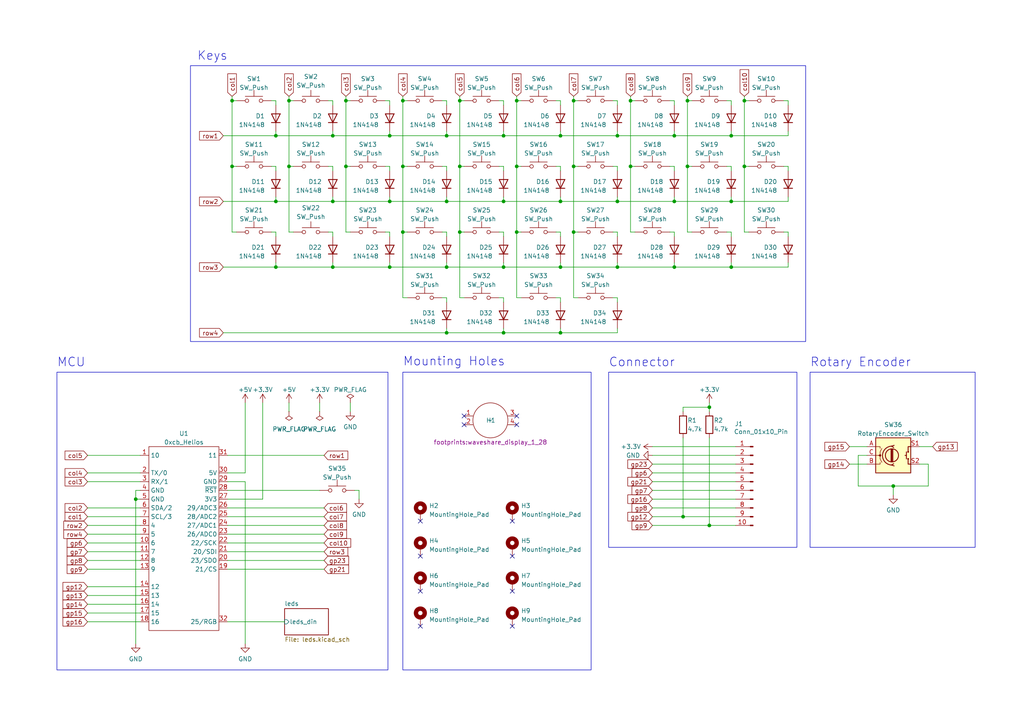
<source format=kicad_sch>
(kicad_sch (version 20230121) (generator eeschema)
  (paper "A4")
  (title_block (title "Fidrildi v4"))
  (junction (at 129.54 39.37))
  (junction (at 166.37 67.31))
  (junction (at 205.74 152.4))
  (junction (at 67.31 29.21))
  (junction (at 96.52 58.42))
  (junction (at 96.52 39.37))
  (junction (at 259.08 140.97))
  (junction (at 179.07 77.47))
  (junction (at 149.86 29.21))
  (junction (at 195.58 77.47))
  (junction (at 212.09 39.37))
  (junction (at 39.37 144.78))
  (junction (at 182.88 29.21))
  (junction (at 179.07 39.37))
  (junction (at 205.74 118.11))
  (junction (at 100.33 48.26))
  (junction (at 113.03 39.37))
  (junction (at 116.84 67.31))
  (junction (at 162.56 58.42))
  (junction (at 80.01 58.42))
  (junction (at 133.35 29.21))
  (junction (at 83.82 29.21))
  (junction (at 96.52 77.47))
  (junction (at 195.58 58.42))
  (junction (at 212.09 77.47))
  (junction (at 215.9 48.26))
  (junction (at 113.03 77.47))
  (junction (at 179.07 58.42))
  (junction (at 182.88 48.26))
  (junction (at 146.05 58.42))
  (junction (at 149.86 67.31))
  (junction (at 146.05 39.37))
  (junction (at 133.35 48.26))
  (junction (at 67.31 48.26))
  (junction (at 80.01 39.37))
  (junction (at 212.09 58.42))
  (junction (at 195.58 39.37))
  (junction (at 198.12 149.86))
  (junction (at 80.01 77.47))
  (junction (at 133.35 67.31))
  (junction (at 199.39 48.26))
  (junction (at 199.39 29.21))
  (junction (at 215.9 29.21))
  (junction (at 129.54 58.42))
  (junction (at 146.05 96.52))
  (junction (at 149.86 48.26))
  (junction (at 116.84 48.26))
  (junction (at 129.54 96.52))
  (junction (at 162.56 77.47))
  (junction (at 116.84 29.21))
  (junction (at 166.37 48.26))
  (junction (at 100.33 29.21))
  (junction (at 162.56 96.52))
  (junction (at 146.05 77.47))
  (junction (at 166.37 29.21))
  (junction (at 83.82 48.26))
  (junction (at 113.03 58.42))
  (junction (at 162.56 39.37))
  (junction (at 129.54 77.47))
  (no_connect (at 148.59 181.61))
  (no_connect (at 121.92 151.13))
  (no_connect (at 134.62 120.65))
  (no_connect (at 148.59 171.45))
  (no_connect (at 121.92 171.45))
  (no_connect (at 148.59 161.29))
  (no_connect (at 121.92 181.61))
  (no_connect (at 121.92 161.29))
  (no_connect (at 134.62 123.19))
  (no_connect (at 149.86 123.19))
  (no_connect (at 149.86 120.65))
  (no_connect (at 148.59 151.13))
  (wire (pts (xy 25.4 154.94) (xy 40.64 154.94)))
  (wire (pts (xy 144.78 29.21) (xy 146.05 29.21)))
  (wire (pts (xy 95.25 67.31) (xy 96.52 67.31)))
  (wire (pts (xy 162.56 39.37) (xy 179.07 39.37)))
  (wire (pts (xy 25.4 160.02) (xy 40.64 160.02)))
  (wire (pts (xy 133.35 29.21) (xy 134.62 29.21)))
  (wire (pts (xy 227.33 67.31) (xy 228.6 67.31)))
  (wire (pts (xy 166.37 67.31) (xy 166.37 48.26)))
  (wire (pts (xy 128.27 86.36) (xy 129.54 86.36)))
  (wire (pts (xy 67.31 29.21) (xy 68.58 29.21)))
  (wire (pts (xy 149.86 29.21) (xy 151.13 29.21)))
  (wire (pts (xy 205.74 118.11) (xy 205.74 119.38)))
  (wire (pts (xy 179.07 29.21) (xy 179.07 30.48)))
  (wire (pts (xy 194.31 48.26) (xy 195.58 48.26)))
  (wire (pts (xy 116.84 29.21) (xy 118.11 29.21)))
  (wire (pts (xy 39.37 144.78) (xy 40.64 144.78)))
  (wire (pts (xy 194.31 29.21) (xy 195.58 29.21)))
  (wire (pts (xy 100.33 48.26) (xy 100.33 67.31)))
  (wire (pts (xy 66.04 165.1) (xy 93.98 165.1)))
  (wire (pts (xy 228.6 48.26) (xy 228.6 49.53)))
  (wire (pts (xy 151.13 86.36) (xy 149.86 86.36)))
  (wire (pts (xy 146.05 39.37) (xy 162.56 39.37)))
  (wire (pts (xy 80.01 39.37) (xy 80.01 38.1)))
  (wire (pts (xy 25.4 137.16) (xy 40.64 137.16)))
  (wire (pts (xy 179.07 39.37) (xy 179.07 38.1)))
  (wire (pts (xy 166.37 29.21) (xy 167.64 29.21)))
  (wire (pts (xy 228.6 67.31) (xy 228.6 68.58)))
  (wire (pts (xy 128.27 48.26) (xy 129.54 48.26)))
  (wire (pts (xy 85.09 48.26) (xy 83.82 48.26)))
  (wire (pts (xy 251.46 132.08) (xy 248.92 132.08)))
  (wire (pts (xy 162.56 39.37) (xy 162.56 38.1)))
  (wire (pts (xy 189.23 147.32) (xy 213.36 147.32)))
  (wire (pts (xy 113.03 57.15) (xy 113.03 58.42)))
  (wire (pts (xy 111.76 48.26) (xy 113.03 48.26)))
  (wire (pts (xy 144.78 86.36) (xy 146.05 86.36)))
  (wire (pts (xy 146.05 86.36) (xy 146.05 87.63)))
  (wire (pts (xy 162.56 57.15) (xy 162.56 58.42)))
  (wire (pts (xy 212.09 39.37) (xy 228.6 39.37)))
  (wire (pts (xy 162.56 58.42) (xy 146.05 58.42)))
  (wire (pts (xy 118.11 48.26) (xy 116.84 48.26)))
  (wire (pts (xy 194.31 67.31) (xy 195.58 67.31)))
  (wire (pts (xy 146.05 67.31) (xy 146.05 68.58)))
  (wire (pts (xy 195.58 67.31) (xy 195.58 68.58)))
  (wire (pts (xy 198.12 118.11) (xy 205.74 118.11)))
  (wire (pts (xy 198.12 149.86) (xy 213.36 149.86)))
  (wire (pts (xy 66.04 132.08) (xy 93.98 132.08)))
  (wire (pts (xy 129.54 39.37) (xy 146.05 39.37)))
  (wire (pts (xy 80.01 77.47) (xy 80.01 76.2)))
  (wire (pts (xy 179.07 77.47) (xy 195.58 77.47)))
  (wire (pts (xy 166.37 67.31) (xy 167.64 67.31)))
  (wire (pts (xy 162.56 67.31) (xy 162.56 68.58)))
  (wire (pts (xy 68.58 67.31) (xy 67.31 67.31)))
  (wire (pts (xy 101.6 29.21) (xy 100.33 29.21)))
  (wire (pts (xy 149.86 27.94) (xy 149.86 29.21)))
  (wire (pts (xy 210.82 48.26) (xy 212.09 48.26)))
  (wire (pts (xy 25.4 139.7) (xy 40.64 139.7)))
  (wire (pts (xy 146.05 39.37) (xy 146.05 38.1)))
  (wire (pts (xy 102.87 142.24) (xy 104.14 142.24)))
  (wire (pts (xy 200.66 67.31) (xy 199.39 67.31)))
  (wire (pts (xy 199.39 29.21) (xy 200.66 29.21)))
  (wire (pts (xy 198.12 119.38) (xy 198.12 118.11)))
  (wire (pts (xy 133.35 48.26) (xy 134.62 48.26)))
  (wire (pts (xy 149.86 48.26) (xy 149.86 29.21)))
  (wire (pts (xy 228.6 39.37) (xy 228.6 38.1)))
  (wire (pts (xy 215.9 48.26) (xy 217.17 48.26)))
  (wire (pts (xy 215.9 67.31) (xy 215.9 48.26)))
  (wire (pts (xy 128.27 29.21) (xy 129.54 29.21)))
  (wire (pts (xy 25.4 152.4) (xy 40.64 152.4)))
  (wire (pts (xy 116.84 48.26) (xy 116.84 29.21)))
  (wire (pts (xy 83.82 48.26) (xy 83.82 67.31)))
  (wire (pts (xy 199.39 48.26) (xy 200.66 48.26)))
  (wire (pts (xy 161.29 29.21) (xy 162.56 29.21)))
  (wire (pts (xy 189.23 144.78) (xy 213.36 144.78)))
  (wire (pts (xy 212.09 39.37) (xy 212.09 38.1)))
  (wire (pts (xy 80.01 58.42) (xy 80.01 57.15)))
  (wire (pts (xy 129.54 96.52) (xy 129.54 95.25)))
  (wire (pts (xy 266.7 134.62) (xy 269.24 134.62)))
  (wire (pts (xy 195.58 39.37) (xy 195.58 38.1)))
  (wire (pts (xy 144.78 48.26) (xy 146.05 48.26)))
  (wire (pts (xy 129.54 48.26) (xy 129.54 49.53)))
  (wire (pts (xy 195.58 29.21) (xy 195.58 30.48)))
  (wire (pts (xy 212.09 29.21) (xy 212.09 30.48)))
  (wire (pts (xy 129.54 58.42) (xy 146.05 58.42)))
  (wire (pts (xy 212.09 58.42) (xy 228.6 58.42)))
  (wire (pts (xy 80.01 29.21) (xy 80.01 30.48)))
  (wire (pts (xy 215.9 27.94) (xy 215.9 29.21)))
  (wire (pts (xy 189.23 142.24) (xy 213.36 142.24)))
  (wire (pts (xy 162.56 86.36) (xy 162.56 87.63)))
  (wire (pts (xy 199.39 27.94) (xy 199.39 29.21)))
  (wire (pts (xy 111.76 29.21) (xy 113.03 29.21)))
  (wire (pts (xy 71.12 139.7) (xy 71.12 186.69)))
  (wire (pts (xy 95.25 48.26) (xy 96.52 48.26)))
  (wire (pts (xy 128.27 67.31) (xy 129.54 67.31)))
  (wire (pts (xy 66.04 160.02) (xy 93.98 160.02)))
  (wire (pts (xy 113.03 77.47) (xy 96.52 77.47)))
  (wire (pts (xy 182.88 27.94) (xy 182.88 29.21)))
  (wire (pts (xy 146.05 95.25) (xy 146.05 96.52)))
  (wire (pts (xy 179.07 39.37) (xy 195.58 39.37)))
  (wire (pts (xy 182.88 48.26) (xy 184.15 48.26)))
  (wire (pts (xy 129.54 57.15) (xy 129.54 58.42)))
  (wire (pts (xy 177.8 67.31) (xy 179.07 67.31)))
  (wire (pts (xy 269.24 134.62) (xy 269.24 140.97)))
  (wire (pts (xy 189.23 139.7) (xy 213.36 139.7)))
  (wire (pts (xy 66.04 149.86) (xy 93.98 149.86)))
  (wire (pts (xy 166.37 27.94) (xy 166.37 29.21)))
  (wire (pts (xy 205.74 118.11) (xy 205.74 116.84)))
  (wire (pts (xy 210.82 29.21) (xy 212.09 29.21)))
  (wire (pts (xy 228.6 77.47) (xy 212.09 77.47)))
  (wire (pts (xy 189.23 149.86) (xy 198.12 149.86)))
  (wire (pts (xy 134.62 86.36) (xy 133.35 86.36)))
  (wire (pts (xy 116.84 27.94) (xy 116.84 29.21)))
  (wire (pts (xy 96.52 57.15) (xy 96.52 58.42)))
  (wire (pts (xy 248.92 140.97) (xy 259.08 140.97)))
  (wire (pts (xy 66.04 162.56) (xy 93.98 162.56)))
  (wire (pts (xy 83.82 48.26) (xy 83.82 29.21)))
  (wire (pts (xy 96.52 58.42) (xy 80.01 58.42)))
  (wire (pts (xy 217.17 67.31) (xy 215.9 67.31)))
  (wire (pts (xy 64.77 39.37) (xy 80.01 39.37)))
  (wire (pts (xy 195.58 57.15) (xy 195.58 58.42)))
  (wire (pts (xy 25.4 147.32) (xy 40.64 147.32)))
  (wire (pts (xy 113.03 29.21) (xy 113.03 30.48)))
  (wire (pts (xy 118.11 67.31) (xy 116.84 67.31)))
  (wire (pts (xy 133.35 48.26) (xy 133.35 29.21)))
  (wire (pts (xy 146.05 48.26) (xy 146.05 49.53)))
  (wire (pts (xy 149.86 48.26) (xy 151.13 48.26)))
  (wire (pts (xy 179.07 67.31) (xy 179.07 68.58)))
  (wire (pts (xy 96.52 77.47) (xy 80.01 77.47)))
  (wire (pts (xy 113.03 48.26) (xy 113.03 49.53)))
  (wire (pts (xy 179.07 58.42) (xy 162.56 58.42)))
  (wire (pts (xy 179.07 95.25) (xy 179.07 96.52)))
  (wire (pts (xy 195.58 48.26) (xy 195.58 49.53)))
  (wire (pts (xy 146.05 57.15) (xy 146.05 58.42)))
  (wire (pts (xy 76.2 116.84) (xy 76.2 144.78)))
  (wire (pts (xy 212.09 67.31) (xy 212.09 68.58)))
  (wire (pts (xy 64.77 96.52) (xy 129.54 96.52)))
  (wire (pts (xy 66.04 157.48) (xy 93.98 157.48)))
  (wire (pts (xy 64.77 77.47) (xy 80.01 77.47)))
  (wire (pts (xy 161.29 48.26) (xy 162.56 48.26)))
  (wire (pts (xy 162.56 95.25) (xy 162.56 96.52)))
  (wire (pts (xy 133.35 86.36) (xy 133.35 67.31)))
  (wire (pts (xy 25.4 175.26) (xy 40.64 175.26)))
  (wire (pts (xy 78.74 48.26) (xy 80.01 48.26)))
  (wire (pts (xy 227.33 29.21) (xy 228.6 29.21)))
  (wire (pts (xy 100.33 27.94) (xy 100.33 29.21)))
  (wire (pts (xy 210.82 67.31) (xy 212.09 67.31)))
  (wire (pts (xy 40.64 142.24) (xy 39.37 142.24)))
  (wire (pts (xy 195.58 77.47) (xy 212.09 77.47)))
  (wire (pts (xy 195.58 39.37) (xy 212.09 39.37)))
  (wire (pts (xy 182.88 67.31) (xy 182.88 48.26)))
  (wire (pts (xy 167.64 86.36) (xy 166.37 86.36)))
  (wire (pts (xy 118.11 86.36) (xy 116.84 86.36)))
  (wire (pts (xy 179.07 57.15) (xy 179.07 58.42)))
  (wire (pts (xy 177.8 86.36) (xy 179.07 86.36)))
  (wire (pts (xy 212.09 48.26) (xy 212.09 49.53)))
  (wire (pts (xy 212.09 76.2) (xy 212.09 77.47)))
  (wire (pts (xy 166.37 86.36) (xy 166.37 67.31)))
  (wire (pts (xy 71.12 116.84) (xy 71.12 137.16)))
  (wire (pts (xy 96.52 39.37) (xy 96.52 38.1)))
  (wire (pts (xy 144.78 67.31) (xy 146.05 67.31)))
  (wire (pts (xy 266.7 129.54) (xy 270.51 129.54)))
  (wire (pts (xy 199.39 48.26) (xy 199.39 29.21)))
  (wire (pts (xy 162.56 77.47) (xy 179.07 77.47)))
  (wire (pts (xy 162.56 76.2) (xy 162.56 77.47)))
  (wire (pts (xy 146.05 77.47) (xy 129.54 77.47)))
  (wire (pts (xy 80.01 48.26) (xy 80.01 49.53)))
  (wire (pts (xy 80.01 67.31) (xy 80.01 68.58)))
  (wire (pts (xy 129.54 76.2) (xy 129.54 77.47)))
  (wire (pts (xy 149.86 67.31) (xy 151.13 67.31)))
  (wire (pts (xy 166.37 48.26) (xy 167.64 48.26)))
  (wire (pts (xy 179.07 58.42) (xy 195.58 58.42)))
  (wire (pts (xy 269.24 140.97) (xy 259.08 140.97)))
  (wire (pts (xy 199.39 67.31) (xy 199.39 48.26)))
  (wire (pts (xy 66.04 142.24) (xy 92.71 142.24)))
  (wire (pts (xy 179.07 48.26) (xy 179.07 49.53)))
  (wire (pts (xy 111.76 67.31) (xy 113.03 67.31)))
  (wire (pts (xy 205.74 127) (xy 205.74 152.4)))
  (wire (pts (xy 179.07 76.2) (xy 179.07 77.47)))
  (wire (pts (xy 133.35 27.94) (xy 133.35 29.21)))
  (wire (pts (xy 25.4 162.56) (xy 40.64 162.56)))
  (wire (pts (xy 195.58 58.42) (xy 212.09 58.42)))
  (wire (pts (xy 215.9 29.21) (xy 217.17 29.21)))
  (wire (pts (xy 116.84 48.26) (xy 116.84 67.31)))
  (wire (pts (xy 259.08 140.97) (xy 259.08 143.51)))
  (wire (pts (xy 161.29 86.36) (xy 162.56 86.36)))
  (wire (pts (xy 129.54 58.42) (xy 113.03 58.42)))
  (wire (pts (xy 146.05 76.2) (xy 146.05 77.47)))
  (wire (pts (xy 78.74 29.21) (xy 80.01 29.21)))
  (wire (pts (xy 92.71 116.84) (xy 92.71 119.38)))
  (wire (pts (xy 161.29 67.31) (xy 162.56 67.31)))
  (wire (pts (xy 95.25 29.21) (xy 96.52 29.21)))
  (wire (pts (xy 39.37 142.24) (xy 39.37 144.78)))
  (wire (pts (xy 162.56 48.26) (xy 162.56 49.53)))
  (wire (pts (xy 129.54 77.47) (xy 113.03 77.47)))
  (wire (pts (xy 146.05 96.52) (xy 129.54 96.52)))
  (wire (pts (xy 133.35 67.31) (xy 133.35 48.26)))
  (wire (pts (xy 215.9 48.26) (xy 215.9 29.21)))
  (wire (pts (xy 78.74 67.31) (xy 80.01 67.31)))
  (wire (pts (xy 25.4 177.8) (xy 40.64 177.8)))
  (wire (pts (xy 198.12 127) (xy 198.12 149.86)))
  (wire (pts (xy 228.6 57.15) (xy 228.6 58.42)))
  (wire (pts (xy 146.05 29.21) (xy 146.05 30.48)))
  (wire (pts (xy 162.56 77.47) (xy 146.05 77.47)))
  (wire (pts (xy 189.23 132.08) (xy 213.36 132.08)))
  (wire (pts (xy 66.04 152.4) (xy 93.98 152.4)))
  (wire (pts (xy 67.31 27.94) (xy 67.31 29.21)))
  (wire (pts (xy 116.84 67.31) (xy 116.84 86.36)))
  (wire (pts (xy 189.23 137.16) (xy 213.36 137.16)))
  (wire (pts (xy 39.37 144.78) (xy 39.37 186.69)))
  (wire (pts (xy 248.92 132.08) (xy 248.92 140.97)))
  (wire (pts (xy 179.07 96.52) (xy 162.56 96.52)))
  (wire (pts (xy 205.74 152.4) (xy 213.36 152.4)))
  (wire (pts (xy 113.03 67.31) (xy 113.03 68.58)))
  (wire (pts (xy 100.33 48.26) (xy 101.6 48.26)))
  (wire (pts (xy 71.12 137.16) (xy 66.04 137.16)))
  (wire (pts (xy 83.82 27.94) (xy 83.82 29.21)))
  (wire (pts (xy 129.54 67.31) (xy 129.54 68.58)))
  (wire (pts (xy 101.6 67.31) (xy 100.33 67.31)))
  (wire (pts (xy 149.86 67.31) (xy 149.86 48.26)))
  (wire (pts (xy 96.52 29.21) (xy 96.52 30.48)))
  (wire (pts (xy 133.35 67.31) (xy 134.62 67.31)))
  (wire (pts (xy 83.82 29.21) (xy 85.09 29.21)))
  (wire (pts (xy 67.31 48.26) (xy 67.31 67.31)))
  (wire (pts (xy 129.54 29.21) (xy 129.54 30.48)))
  (wire (pts (xy 129.54 39.37) (xy 129.54 38.1)))
  (wire (pts (xy 25.4 170.18) (xy 40.64 170.18)))
  (wire (pts (xy 96.52 76.2) (xy 96.52 77.47)))
  (wire (pts (xy 149.86 86.36) (xy 149.86 67.31)))
  (wire (pts (xy 96.52 67.31) (xy 96.52 68.58)))
  (wire (pts (xy 177.8 48.26) (xy 179.07 48.26)))
  (wire (pts (xy 228.6 29.21) (xy 228.6 30.48)))
  (wire (pts (xy 96.52 39.37) (xy 113.03 39.37)))
  (wire (pts (xy 100.33 29.21) (xy 100.33 48.26)))
  (wire (pts (xy 166.37 48.26) (xy 166.37 29.21)))
  (wire (pts (xy 64.77 58.42) (xy 80.01 58.42)))
  (wire (pts (xy 104.14 142.24) (xy 104.14 144.78)))
  (wire (pts (xy 83.82 116.84) (xy 83.82 119.38)))
  (wire (pts (xy 177.8 29.21) (xy 179.07 29.21)))
  (wire (pts (xy 67.31 29.21) (xy 67.31 48.26)))
  (wire (pts (xy 246.38 129.54) (xy 251.46 129.54)))
  (wire (pts (xy 182.88 48.26) (xy 182.88 29.21)))
  (wire (pts (xy 25.4 132.08) (xy 40.64 132.08)))
  (wire (pts (xy 25.4 180.34) (xy 40.64 180.34)))
  (wire (pts (xy 227.33 48.26) (xy 228.6 48.26)))
  (wire (pts (xy 184.15 67.31) (xy 182.88 67.31)))
  (wire (pts (xy 113.03 39.37) (xy 113.03 38.1)))
  (wire (pts (xy 68.58 48.26) (xy 67.31 48.26)))
  (wire (pts (xy 25.4 157.48) (xy 40.64 157.48)))
  (wire (pts (xy 66.04 147.32) (xy 93.98 147.32)))
  (wire (pts (xy 246.38 134.62) (xy 251.46 134.62)))
  (wire (pts (xy 66.04 154.94) (xy 93.98 154.94)))
  (wire (pts (xy 212.09 57.15) (xy 212.09 58.42)))
  (wire (pts (xy 66.04 180.34) (xy 82.55 180.34)))
  (wire (pts (xy 189.23 134.62) (xy 213.36 134.62)))
  (wire (pts (xy 25.4 172.72) (xy 40.64 172.72)))
  (wire (pts (xy 113.03 58.42) (xy 96.52 58.42)))
  (wire (pts (xy 162.56 96.52) (xy 146.05 96.52)))
  (wire (pts (xy 113.03 76.2) (xy 113.03 77.47)))
  (wire (pts (xy 228.6 76.2) (xy 228.6 77.47)))
  (wire (pts (xy 189.23 152.4) (xy 205.74 152.4)))
  (wire (pts (xy 195.58 76.2) (xy 195.58 77.47)))
  (wire (pts (xy 66.04 139.7) (xy 71.12 139.7)))
  (wire (pts (xy 76.2 144.78) (xy 66.04 144.78)))
  (wire (pts (xy 179.07 86.36) (xy 179.07 87.63)))
  (wire (pts (xy 85.09 67.31) (xy 83.82 67.31)))
  (wire (pts (xy 113.03 39.37) (xy 129.54 39.37)))
  (wire (pts (xy 182.88 29.21) (xy 184.15 29.21)))
  (wire (pts (xy 101.6 116.84) (xy 101.6 119.38)))
  (wire (pts (xy 129.54 86.36) (xy 129.54 87.63)))
  (wire (pts (xy 80.01 39.37) (xy 96.52 39.37)))
  (wire (pts (xy 96.52 48.26) (xy 96.52 49.53)))
  (wire (pts (xy 189.23 129.54) (xy 213.36 129.54)))
  (wire (pts (xy 162.56 29.21) (xy 162.56 30.48)))
  (wire (pts (xy 25.4 149.86) (xy 40.64 149.86)))
  (wire (pts (xy 25.4 165.1) (xy 40.64 165.1)))
  (rectangle (start 55.245 19.05) (end 233.68 99.06))
  (rectangle (start 116.84 107.95) (end 171.45 194.31))
  (rectangle (start 16.51 107.95) (end 112.522 194.31))
  (rectangle (start 176.53 107.95) (end 231.14 158.75))
  (rectangle (start 234.95 107.95) (end 282.829 158.75))
  (text "MCU" (at 16.51 106.68 0) (effects (font (size 2.54 2.54)) (justify left bottom)))
  (text "Connector" (at 176.53 106.68 0) (effects (font (size 2.54 2.54)) (justify left bottom)))
  (text "Mounting Holes" (at 116.84 106.426 0) (effects (font (size 2.54 2.54)) (justify left bottom)))
  (text "Rotary Encoder" (at 234.95 106.68 0) (effects (font (size 2.54 2.54)) (justify left bottom)))
  (text "Keys" (at 57.15 17.78 0) (effects (font (size 2.54 2.54)) (justify left bottom)))
  (global_label "col8" (shape input) (at 93.98 152.4 0) (property "Intersheetrefs" "${INTERSHEET_REFS}" (effects hide)))
  (global_label "gp13" (shape input) (at 270.51 129.54 0) (property "Intersheetrefs" "${INTERSHEET_REFS}" (effects hide)))
  (global_label "col2" (shape input) (at 83.82 27.94 90) (property "Intersheetrefs" "${INTERSHEET_REFS}" (effects hide)))
  (global_label "gp9" (shape input) (at 189.23 152.4 180) (property "Intersheetrefs" "${INTERSHEET_REFS}" (effects hide)))
  (global_label "row2" (shape input) (at 25.4 152.4 180) (property "Intersheetrefs" "${INTERSHEET_REFS}" (effects hide)))
  (global_label "gp23" (shape input) (at 189.23 134.62 180) (property "Intersheetrefs" "${INTERSHEET_REFS}" (effects hide)))
  (global_label "col6" (shape input) (at 93.98 147.32 0) (property "Intersheetrefs" "${INTERSHEET_REFS}" (effects hide)))
  (global_label "col7" (shape input) (at 93.98 149.86 0) (property "Intersheetrefs" "${INTERSHEET_REFS}" (effects hide)))
  (global_label "row3" (shape input) (at 93.98 160.02 0) (property "Intersheetrefs" "${INTERSHEET_REFS}" (effects hide)))
  (global_label "gp15" (shape input) (at 25.4 177.8 180) (property "Intersheetrefs" "${INTERSHEET_REFS}" (effects hide)))
  (global_label "gp8" (shape input) (at 189.23 147.32 180) (property "Intersheetrefs" "${INTERSHEET_REFS}" (effects hide)))
  (global_label "gp15" (shape input) (at 246.38 129.54 180) (property "Intersheetrefs" "${INTERSHEET_REFS}" (effects hide)))
  (global_label "col3" (shape input) (at 100.33 27.94 90) (property "Intersheetrefs" "${INTERSHEET_REFS}" (effects hide)))
  (global_label "gp9" (shape input) (at 25.4 165.1 180) (property "Intersheetrefs" "${INTERSHEET_REFS}" (effects hide)))
  (global_label "row2" (shape input) (at 64.77 58.42 180) (property "Intersheetrefs" "${INTERSHEET_REFS}" (effects hide)))
  (global_label "col4" (shape input) (at 116.84 27.94 90) (property "Intersheetrefs" "${INTERSHEET_REFS}" (effects hide)))
  (global_label "col5" (shape input) (at 25.4 132.08 180) (property "Intersheetrefs" "${INTERSHEET_REFS}" (effects hide)))
  (global_label "row3" (shape input) (at 64.77 77.47 180) (property "Intersheetrefs" "${INTERSHEET_REFS}" (effects hide)))
  (global_label "gp14" (shape input) (at 25.4 175.26 180) (property "Intersheetrefs" "${INTERSHEET_REFS}" (effects hide)))
  (global_label "col10" (shape input) (at 93.98 157.48 0) (property "Intersheetrefs" "${INTERSHEET_REFS}" (effects hide)))
  (global_label "col4" (shape input) (at 25.4 137.16 180) (property "Intersheetrefs" "${INTERSHEET_REFS}" (effects hide)))
  (global_label "gp6" (shape input) (at 25.4 157.48 180) (property "Intersheetrefs" "${INTERSHEET_REFS}" (effects hide)))
  (global_label "gp13" (shape input) (at 25.4 172.72 180) (property "Intersheetrefs" "${INTERSHEET_REFS}" (effects hide)))
  (global_label "col3" (shape input) (at 25.4 139.7 180) (property "Intersheetrefs" "${INTERSHEET_REFS}" (effects hide)))
  (global_label "col5" (shape input) (at 133.35 27.94 90) (property "Intersheetrefs" "${INTERSHEET_REFS}" (effects hide)))
  (global_label "gp21" (shape input) (at 189.23 139.7 180) (property "Intersheetrefs" "${INTERSHEET_REFS}" (effects hide)))
  (global_label "col6" (shape input) (at 149.86 27.94 90) (property "Intersheetrefs" "${INTERSHEET_REFS}" (effects hide)))
  (global_label "col1" (shape input) (at 25.4 149.86 180) (property "Intersheetrefs" "${INTERSHEET_REFS}" (effects hide)))
  (global_label "gp14" (shape input) (at 246.38 134.62 180) (property "Intersheetrefs" "${INTERSHEET_REFS}" (effects hide)))
  (global_label "gp8" (shape input) (at 25.4 162.56 180) (property "Intersheetrefs" "${INTERSHEET_REFS}" (effects hide)))
  (global_label "row1" (shape input) (at 64.77 39.37 180) (property "Intersheetrefs" "${INTERSHEET_REFS}" (effects hide)))
  (global_label "gp6" (shape input) (at 189.23 137.16 180) (property "Intersheetrefs" "${INTERSHEET_REFS}" (effects hide)))
  (global_label "col1" (shape input) (at 67.31 27.94 90) (property "Intersheetrefs" "${INTERSHEET_REFS}" (effects hide)))
  (global_label "col7" (shape input) (at 166.37 27.94 90) (property "Intersheetrefs" "${INTERSHEET_REFS}" (effects hide)))
  (global_label "row4" (shape input) (at 64.77 96.52 180) (property "Intersheetrefs" "${INTERSHEET_REFS}" (effects hide)))
  (global_label "col9" (shape input) (at 93.98 154.94 0) (property "Intersheetrefs" "${INTERSHEET_REFS}" (effects hide)))
  (global_label "gp7" (shape input) (at 25.4 160.02 180) (property "Intersheetrefs" "${INTERSHEET_REFS}" (effects hide)))
  (global_label "row4" (shape input) (at 25.4 154.94 180) (property "Intersheetrefs" "${INTERSHEET_REFS}" (effects hide)))
  (global_label "gp23" (shape input) (at 93.98 162.56 0) (property "Intersheetrefs" "${INTERSHEET_REFS}" (effects hide)))
  (global_label "col9" (shape input) (at 199.39 27.94 90) (property "Intersheetrefs" "${INTERSHEET_REFS}" (effects hide)))
  (global_label "gp12" (shape input) (at 25.4 170.18 180) (property "Intersheetrefs" "${INTERSHEET_REFS}" (effects hide)))
  (global_label "gp12" (shape input) (at 189.23 149.86 180) (property "Intersheetrefs" "${INTERSHEET_REFS}" (effects hide)))
  (global_label "col10" (shape input) (at 215.9 27.94 90) (property "Intersheetrefs" "${INTERSHEET_REFS}" (effects hide)))
  (global_label "gp16" (shape input) (at 189.23 144.78 180) (property "Intersheetrefs" "${INTERSHEET_REFS}" (effects hide)))
  (global_label "col2" (shape input) (at 25.4 147.32 180) (property "Intersheetrefs" "${INTERSHEET_REFS}" (effects hide)))
  (global_label "row1" (shape input) (at 93.98 132.08 0) (property "Intersheetrefs" "${INTERSHEET_REFS}" (effects hide)))
  (global_label "col8" (shape input) (at 182.88 27.94 90) (property "Intersheetrefs" "${INTERSHEET_REFS}" (effects hide)))
  (global_label "gp16" (shape input) (at 25.4 180.34 180) (property "Intersheetrefs" "${INTERSHEET_REFS}" (effects hide)))
  (global_label "gp21" (shape input) (at 93.98 165.1 0) (property "Intersheetrefs" "${INTERSHEET_REFS}" (effects hide)))
  (global_label "gp7" (shape input) (at 189.23 142.24 180) (property "Intersheetrefs" "${INTERSHEET_REFS}" (effects hide)))
  (symbol (lib_id "Diode:1N4148") (at 162.56 53.34 270) (mirror x) (unit 1)
    (property "Reference" "D16" (at 159.385 52.705 90) (effects (justify right)))
    (property "Value" "1N4148" (at 159.385 55.245 90) (effects (justify right)))
    (property "Footprint" "footprints:D_SOD-123_RIGHT" (effects hide))
    (property "Datasheet" "https://assets.nexperia.com/documents/data-sheet/1N4148_1N4448.pdf" (effects hide))
    (property "Sim.Device" "D" (effects hide))
    (property "Sim.Pins" "1=K 2=A" (effects hide))
  )
  (symbol (lib_id "Switch:SW_Push") (at 123.19 86.36 0) (unit 1)
    (property "Reference" "SW31" (at 123.19 80.01 0))
    (property "Value" "SW_Push" (at 123.19 82.55 0))
    (property "Footprint" "footprints:SW_Hotswap_Kailh_MX_plated_1.00u" (effects hide))
  )
  (symbol (lib_id "Diode:1N4148") (at 195.58 72.39 270) (mirror x) (unit 1)
    (property "Reference" "D28" (at 192.405 71.755 90) (effects (justify right)))
    (property "Value" "1N4148" (at 192.405 74.295 90) (effects (justify right)))
    (property "Footprint" "footprints:D_SOD-123_RIGHT" (effects hide))
    (property "Datasheet" "https://assets.nexperia.com/documents/data-sheet/1N4148_1N4448.pdf" (effects hide))
    (property "Sim.Device" "D" (effects hide))
    (property "Sim.Pins" "1=K 2=A" (effects hide))
  )
  (symbol (lib_id "Diode:1N4148") (at 96.52 72.39 270) (mirror x) (unit 1)
    (property "Reference" "D22" (at 93.345 71.755 90) (effects (justify right)))
    (property "Value" "1N4148" (at 93.345 74.295 90) (effects (justify right)))
    (property "Footprint" "footprints:D_SOD-123_LEFT" (effects hide))
    (property "Datasheet" "https://assets.nexperia.com/documents/data-sheet/1N4148_1N4448.pdf" (effects hide))
    (property "Sim.Device" "D" (effects hide))
    (property "Sim.Pins" "1=K 2=A" (effects hide))
  )
  (symbol (lib_id "Diode:1N4148") (at 113.03 34.29 270) (mirror x) (unit 1)
    (property "Reference" "D3" (at 109.855 33.655 90) (effects (justify right)))
    (property "Value" "1N4148" (at 109.855 36.195 90) (effects (justify right)))
    (property "Footprint" "footprints:D_SOD-123_LEFT" (effects hide))
    (property "Datasheet" "https://assets.nexperia.com/documents/data-sheet/1N4148_1N4448.pdf" (effects hide))
    (property "Sim.Device" "D" (effects hide))
    (property "Sim.Pins" "1=K 2=A" (effects hide))
  )
  (symbol (lib_id "Switch:SW_Push") (at 73.66 29.21 0) (unit 1)
    (property "Reference" "SW1" (at 73.66 22.86 0))
    (property "Value" "SW_Push" (at 73.66 25.4 0))
    (property "Footprint" "footprints:SW_Hotswap_Kailh_MX_plated_1.00u" (effects hide))
  )
  (symbol (lib_id "Diode:1N4148") (at 80.01 53.34 270) (mirror x) (unit 1)
    (property "Reference" "D11" (at 76.835 52.705 90) (effects (justify right)))
    (property "Value" "1N4148" (at 76.835 55.245 90) (effects (justify right)))
    (property "Footprint" "footprints:D_SOD-123_LEFT" (effects hide))
    (property "Datasheet" "https://assets.nexperia.com/documents/data-sheet/1N4148_1N4448.pdf" (effects hide))
    (property "Sim.Device" "D" (effects hide))
    (property "Sim.Pins" "1=K 2=A" (effects hide))
  )
  (symbol (lib_id "Switch:SW_Push") (at 123.19 67.31 0) (unit 1)
    (property "Reference" "SW24" (at 123.19 60.96 0))
    (property "Value" "SW_Push" (at 123.19 63.5 0))
    (property "Footprint" "footprints:SW_Hotswap_Kailh_MX_plated_1.00u" (effects hide))
  )
  (symbol (lib_id "power:+3.3V") (at 205.74 116.84 0) (unit 1)
    (property "Reference" "#PWR09" (effects hide))
    (property "Value" "+3.3V" (at 205.74 113.03 0))
  )
  (symbol (lib_id "power:GND") (at 259.08 143.51 0) (unit 1)
    (property "Reference" "#PWR012" (effects hide))
    (property "Value" "GND" (at 259.08 147.955 0))
  )
  (symbol (lib_id "power:GND") (at 39.37 186.69 0) (unit 1)
    (property "Reference" "#PWR08" (effects hide))
    (property "Value" "GND" (at 39.37 191.135 0))
  )
  (symbol (lib_id "Connector:Conn_01x10_Pin") (at 218.44 139.7 0) (mirror y) (unit 1)
    (property "Reference" "J1" (at 213.106 122.936 0) (effects (justify right)))
    (property "Value" "Conn_01x10_Pin" (at 212.852 125.222 0) (effects (justify right)))
    (property "Footprint" "Connector_PinHeader_2.54mm:PinHeader_1x10_P2.54mm_Vertical" (effects hide))
  )
  (symbol (lib_id "Diode:1N4148") (at 228.6 34.29 270) (mirror x) (unit 1)
    (property "Reference" "D10" (at 225.425 33.655 90) (effects (justify right)))
    (property "Value" "1N4148" (at 225.425 36.195 90) (effects (justify right)))
    (property "Footprint" "footprints:D_SOD-123_RIGHT" (effects hide))
    (property "Datasheet" "https://assets.nexperia.com/documents/data-sheet/1N4148_1N4448.pdf" (effects hide))
    (property "Sim.Device" "D" (effects hide))
    (property "Sim.Pins" "1=K 2=A" (effects hide))
  )
  (symbol (lib_id "Mechanical:MountingHole_Pad") (at 121.92 148.59 0) (unit 1)
    (property "Reference" "H2" (at 124.46 146.685 0) (effects (justify left)))
    (property "Value" "MountingHole_Pad" (at 124.46 149.225 0) (effects (justify left)))
    (property "Footprint" "footprints:MountingHole_2.2mm_M2_ISO7380_Pad" (effects hide))
  )
  (symbol (lib_id "Switch:SW_Push") (at 156.21 86.36 0) (unit 1)
    (property "Reference" "SW33" (at 156.21 80.01 0))
    (property "Value" "SW_Push" (at 156.21 82.55 0))
    (property "Footprint" "footprints:SW_Hotswap_Kailh_MX_plated_1.50u_90deg" (effects hide))
  )
  (symbol (lib_id "Switch:SW_Push") (at 172.72 67.31 0) (unit 1)
    (property "Reference" "SW27" (at 172.72 60.96 0))
    (property "Value" "SW_Push" (at 172.72 63.5 0))
    (property "Footprint" "footprints:SW_Hotswap_Kailh_MX_plated_1.00u" (effects hide))
  )
  (symbol (lib_id "Diode:1N4148") (at 179.07 53.34 270) (mirror x) (unit 1)
    (property "Reference" "D17" (at 175.895 52.705 90) (effects (justify right)))
    (property "Value" "1N4148" (at 175.895 55.245 90) (effects (justify right)))
    (property "Footprint" "footprints:D_SOD-123_RIGHT" (effects hide))
    (property "Datasheet" "https://assets.nexperia.com/documents/data-sheet/1N4148_1N4448.pdf" (effects hide))
    (property "Sim.Device" "D" (effects hide))
    (property "Sim.Pins" "1=K 2=A" (effects hide))
  )
  (symbol (lib_id "Switch:SW_Push") (at 172.72 86.36 0) (unit 1)
    (property "Reference" "SW34" (at 172.72 80.01 0))
    (property "Value" "SW_Push" (at 172.72 82.55 0))
    (property "Footprint" "footprints:SW_Hotswap_Kailh_MX_plated_1.00u" (effects hide))
  )
  (symbol (lib_id "power:+3.3V") (at 92.71 116.84 0) (unit 1)
    (property "Reference" "#PWR01" (effects hide))
    (property "Value" "+3.3V" (at 92.71 113.03 0))
  )
  (symbol (lib_id "Diode:1N4148") (at 162.56 72.39 270) (mirror x) (unit 1)
    (property "Reference" "D26" (at 159.385 71.755 90) (effects (justify right)))
    (property "Value" "1N4148" (at 159.385 74.295 90) (effects (justify right)))
    (property "Footprint" "footprints:D_SOD-123_RIGHT" (effects hide))
    (property "Datasheet" "https://assets.nexperia.com/documents/data-sheet/1N4148_1N4448.pdf" (effects hide))
    (property "Sim.Device" "D" (effects hide))
    (property "Sim.Pins" "1=K 2=A" (effects hide))
  )
  (symbol (lib_id "Diode:1N4148") (at 80.01 72.39 270) (mirror x) (unit 1)
    (property "Reference" "D21" (at 76.835 71.755 90) (effects (justify right)))
    (property "Value" "1N4148" (at 76.835 74.295 90) (effects (justify right)))
    (property "Footprint" "footprints:D_SOD-123_LEFT" (effects hide))
    (property "Datasheet" "https://assets.nexperia.com/documents/data-sheet/1N4148_1N4448.pdf" (effects hide))
    (property "Sim.Device" "D" (effects hide))
    (property "Sim.Pins" "1=K 2=A" (effects hide))
  )
  (symbol (lib_id "Diode:1N4148") (at 96.52 53.34 270) (mirror x) (unit 1)
    (property "Reference" "D12" (at 93.345 52.705 90) (effects (justify right)))
    (property "Value" "1N4148" (at 93.345 55.245 90) (effects (justify right)))
    (property "Footprint" "footprints:D_SOD-123_LEFT" (effects hide))
    (property "Datasheet" "https://assets.nexperia.com/documents/data-sheet/1N4148_1N4448.pdf" (effects hide))
    (property "Sim.Device" "D" (effects hide))
    (property "Sim.Pins" "1=K 2=A" (effects hide))
  )
  (symbol (lib_id "Switch:SW_Push") (at 106.68 48.26 0) (unit 1)
    (property "Reference" "SW13" (at 106.68 41.91 0))
    (property "Value" "SW_Push" (at 106.68 44.45 0))
    (property "Footprint" "footprints:SW_Hotswap_Kailh_MX_plated_1.00u" (effects hide))
  )
  (symbol (lib_id "Mechanical:MountingHole_Pad") (at 148.59 168.91 0) (unit 1)
    (property "Reference" "H7" (at 151.13 167.005 0) (effects (justify left)))
    (property "Value" "MountingHole_Pad" (at 151.13 169.545 0) (effects (justify left)))
    (property "Footprint" "footprints:MountingHole_2.2mm_M2_ISO7380_Pad" (effects hide))
  )
  (symbol (lib_id "Diode:1N4148") (at 179.07 72.39 270) (mirror x) (unit 1)
    (property "Reference" "D27" (at 175.895 71.755 90) (effects (justify right)))
    (property "Value" "1N4148" (at 175.895 74.295 90) (effects (justify right)))
    (property "Footprint" "footprints:D_SOD-123_RIGHT" (effects hide))
    (property "Datasheet" "https://assets.nexperia.com/documents/data-sheet/1N4148_1N4448.pdf" (effects hide))
    (property "Sim.Device" "D" (effects hide))
    (property "Sim.Pins" "1=K 2=A" (effects hide))
  )
  (symbol (lib_id "Diode:1N4148") (at 146.05 34.29 270) (mirror x) (unit 1)
    (property "Reference" "D5" (at 142.875 33.655 90) (effects (justify right)))
    (property "Value" "1N4148" (at 142.875 36.195 90) (effects (justify right)))
    (property "Footprint" "footprints:D_SOD-123_LEFT" (effects hide))
    (property "Datasheet" "https://assets.nexperia.com/documents/data-sheet/1N4148_1N4448.pdf" (effects hide))
    (property "Sim.Device" "D" (effects hide))
    (property "Sim.Pins" "1=K 2=A" (effects hide))
  )
  (symbol (lib_id "Device:RotaryEncoder_Switch") (at 259.08 132.08 0) (unit 1)
    (property "Reference" "SW36" (at 259.08 123.19 0))
    (property "Value" "RotaryEncoder_Switch" (at 259.08 125.73 0))
    (property "Footprint" "footprints:RotaryEncoder_Alps_EC11E-Switch_Vertical_H20mm" (effects hide))
  )
  (symbol (lib_id "Diode:1N4148") (at 179.07 34.29 270) (mirror x) (unit 1)
    (property "Reference" "D7" (at 175.895 33.655 90) (effects (justify right)))
    (property "Value" "1N4148" (at 175.895 36.195 90) (effects (justify right)))
    (property "Footprint" "footprints:D_SOD-123_RIGHT" (effects hide))
    (property "Datasheet" "https://assets.nexperia.com/documents/data-sheet/1N4148_1N4448.pdf" (effects hide))
    (property "Sim.Device" "D" (effects hide))
    (property "Sim.Pins" "1=K 2=A" (effects hide))
  )
  (symbol (lib_id "Diode:1N4148") (at 162.56 91.44 270) (mirror x) (unit 1)
    (property "Reference" "D33" (at 159.385 90.805 90) (effects (justify right)))
    (property "Value" "1N4148" (at 159.385 93.345 90) (effects (justify right)))
    (property "Footprint" "footprints:D_SOD-123_RIGHT" (effects hide))
    (property "Datasheet" "https://assets.nexperia.com/documents/data-sheet/1N4148_1N4448.pdf" (effects hide))
    (property "Sim.Device" "D" (effects hide))
    (property "Sim.Pins" "1=K 2=A" (effects hide))
  )
  (symbol (lib_id "Diode:1N4148") (at 212.09 53.34 270) (mirror x) (unit 1)
    (property "Reference" "D19" (at 208.915 52.705 90) (effects (justify right)))
    (property "Value" "1N4148" (at 208.915 55.245 90) (effects (justify right)))
    (property "Footprint" "footprints:D_SOD-123_RIGHT" (effects hide))
    (property "Datasheet" "https://assets.nexperia.com/documents/data-sheet/1N4148_1N4448.pdf" (effects hide))
    (property "Sim.Device" "D" (effects hide))
    (property "Sim.Pins" "1=K 2=A" (effects hide))
  )
  (symbol (lib_id "Diode:1N4148") (at 146.05 72.39 270) (mirror x) (unit 1)
    (property "Reference" "D25" (at 142.875 71.755 90) (effects (justify right)))
    (property "Value" "1N4148" (at 142.875 74.295 90) (effects (justify right)))
    (property "Footprint" "footprints:D_SOD-123_LEFT" (effects hide))
    (property "Datasheet" "https://assets.nexperia.com/documents/data-sheet/1N4148_1N4448.pdf" (effects hide))
    (property "Sim.Device" "D" (effects hide))
    (property "Sim.Pins" "1=K 2=A" (effects hide))
  )
  (symbol (lib_id "Switch:SW_Push") (at 172.72 29.21 0) (unit 1)
    (property "Reference" "SW7" (at 172.72 22.86 0))
    (property "Value" "SW_Push" (at 172.72 25.4 0))
    (property "Footprint" "footprints:SW_Hotswap_Kailh_MX_plated_1.00u" (effects hide))
  )
  (symbol (lib_id "power:+5V") (at 71.12 116.84 0) (unit 1)
    (property "Reference" "#PWR04" (effects hide))
    (property "Value" "+5V" (at 71.12 113.03 0))
  )
  (symbol (lib_id "Diode:1N4148") (at 146.05 53.34 270) (mirror x) (unit 1)
    (property "Reference" "D15" (at 142.875 52.705 90) (effects (justify right)))
    (property "Value" "1N4148" (at 142.875 55.245 90) (effects (justify right)))
    (property "Footprint" "footprints:D_SOD-123_LEFT" (effects hide))
    (property "Datasheet" "https://assets.nexperia.com/documents/data-sheet/1N4148_1N4448.pdf" (effects hide))
    (property "Sim.Device" "D" (effects hide))
    (property "Sim.Pins" "1=K 2=A" (effects hide))
  )
  (symbol (lib_id "Diode:1N4148") (at 129.54 91.44 270) (mirror x) (unit 1)
    (property "Reference" "D31" (at 126.365 90.805 90) (effects (justify right)))
    (property "Value" "1N4148" (at 126.365 93.345 90) (effects (justify right)))
    (property "Footprint" "footprints:D_SOD-123_LEFT" (effects hide))
    (property "Datasheet" "https://assets.nexperia.com/documents/data-sheet/1N4148_1N4448.pdf" (effects hide))
    (property "Sim.Device" "D" (effects hide))
    (property "Sim.Pins" "1=K 2=A" (effects hide))
  )
  (symbol (lib_id "Switch:SW_Push") (at 205.74 29.21 0) (unit 1)
    (property "Reference" "SW9" (at 205.74 22.86 0))
    (property "Value" "SW_Push" (at 205.74 25.4 0))
    (property "Footprint" "footprints:SW_Hotswap_Kailh_MX_plated_1.00u" (effects hide))
  )
  (symbol (lib_id "power:GND") (at 71.12 186.69 0) (unit 1)
    (property "Reference" "#PWR06" (effects hide))
    (property "Value" "GND" (at 71.12 191.135 0))
  )
  (symbol (lib_id "helios:helios") (at 53.34 156.21 0) (unit 1)
    (property "Reference" "U1" (at 53.34 125.73 0))
    (property "Value" "0xcb_Helios" (at 53.34 128.27 0))
    (property "Footprint" "footprints:Helios" (effects hide))
  )
  (symbol (lib_id "Diode:1N4148") (at 96.52 34.29 270) (mirror x) (unit 1)
    (property "Reference" "D2" (at 93.345 33.655 90) (effects (justify right)))
    (property "Value" "1N4148" (at 93.345 36.195 90) (effects (justify right)))
    (property "Footprint" "footprints:D_SOD-123_LEFT" (effects hide))
    (property "Datasheet" "https://assets.nexperia.com/documents/data-sheet/1N4148_1N4448.pdf" (effects hide))
    (property "Sim.Device" "D" (effects hide))
    (property "Sim.Pins" "1=K 2=A" (effects hide))
  )
  (symbol (lib_id "power:GND") (at 101.6 119.38 0) (unit 1)
    (property "Reference" "#PWR02" (effects hide))
    (property "Value" "GND" (at 101.6 123.825 0))
  )
  (symbol (lib_id "power:+5V") (at 83.82 116.84 0) (unit 1)
    (property "Reference" "#PWR03" (effects hide))
    (property "Value" "+5V" (at 83.82 113.03 0))
  )
  (symbol (lib_id "Switch:SW_Push") (at 106.68 67.31 0) (unit 1)
    (property "Reference" "SW23" (at 106.68 60.96 0))
    (property "Value" "SW_Push" (at 106.68 63.5 0))
    (property "Footprint" "footprints:SW_Hotswap_Kailh_MX_plated_1.00u" (effects hide))
  )
  (symbol (lib_id "Diode:1N4148") (at 228.6 72.39 270) (mirror x) (unit 1)
    (property "Reference" "D30" (at 225.425 71.755 90) (effects (justify right)))
    (property "Value" "1N4148" (at 225.425 74.295 90) (effects (justify right)))
    (property "Footprint" "footprints:D_SOD-123_RIGHT" (effects hide))
    (property "Datasheet" "https://assets.nexperia.com/documents/data-sheet/1N4148_1N4448.pdf" (effects hide))
    (property "Sim.Device" "D" (effects hide))
    (property "Sim.Pins" "1=K 2=A" (effects hide))
  )
  (symbol (lib_id "Switch:SW_Push") (at 222.25 29.21 0) (unit 1)
    (property "Reference" "SW10" (at 222.25 22.86 0))
    (property "Value" "SW_Push" (at 222.25 25.4 0))
    (property "Footprint" "footprints:SW_Hotswap_Kailh_MX_plated_1.00u" (effects hide))
  )
  (symbol (lib_id "Switch:SW_Push") (at 90.17 29.21 0) (unit 1)
    (property "Reference" "SW2" (at 90.17 22.225 0))
    (property "Value" "SW_Push" (at 90.17 24.765 0))
    (property "Footprint" "footprints:SW_Hotswap_Kailh_MX_plated_1.00u" (effects hide))
  )
  (symbol (lib_id "Mechanical:MountingHole_Pad") (at 121.92 179.07 0) (unit 1)
    (property "Reference" "H8" (at 124.46 177.165 0) (effects (justify left)))
    (property "Value" "MountingHole_Pad" (at 124.46 179.705 0) (effects (justify left)))
    (property "Footprint" "footprints:MountingHole_2.2mm_M2_ISO7380_Pad" (effects hide))
  )
  (symbol (lib_id "Switch:SW_Push") (at 205.74 48.26 0) (unit 1)
    (property "Reference" "SW19" (at 205.74 41.91 0))
    (property "Value" "SW_Push" (at 205.74 44.45 0))
    (property "Footprint" "footprints:SW_Hotswap_Kailh_MX_plated_1.00u" (effects hide))
  )
  (symbol (lib_id "Switch:SW_Push") (at 97.79 142.24 0) (unit 1)
    (property "Reference" "SW35" (at 97.79 135.89 0))
    (property "Value" "SW_Push" (at 97.79 138.43 0))
    (property "Footprint" "Button_Switch_SMD:SW_SPST_TL3342" (effects hide))
  )
  (symbol (lib_id "power:PWR_FLAG") (at 92.71 119.38 180) (unit 1)
    (property "Reference" "#FLG02" (effects hide))
    (property "Value" "PWR_FLAG" (at 92.71 124.46 0))
  )
  (symbol (lib_id "Switch:SW_Push") (at 189.23 29.21 0) (unit 1)
    (property "Reference" "SW8" (at 189.23 22.86 0))
    (property "Value" "SW_Push" (at 189.23 25.4 0))
    (property "Footprint" "footprints:SW_Hotswap_Kailh_MX_plated_1.00u" (effects hide))
  )
  (symbol (lib_id "Device:R") (at 198.12 123.19 0) (unit 1)
    (property "Reference" "R1" (at 199.39 121.92 0) (effects (justify left)))
    (property "Value" "4.7k" (at 199.39 124.46 0) (effects (justify left)))
    (property "Footprint" "Resistor_SMD:R_0805_2012Metric_Pad1.20x1.40mm_HandSolder" (effects hide))
  )
  (symbol (lib_id "Diode:1N4148") (at 129.54 53.34 270) (mirror x) (unit 1)
    (property "Reference" "D14" (at 126.365 52.705 90) (effects (justify right)))
    (property "Value" "1N4148" (at 126.365 55.245 90) (effects (justify right)))
    (property "Footprint" "footprints:D_SOD-123_LEFT" (effects hide))
    (property "Datasheet" "https://assets.nexperia.com/documents/data-sheet/1N4148_1N4448.pdf" (effects hide))
    (property "Sim.Device" "D" (effects hide))
    (property "Sim.Pins" "1=K 2=A" (effects hide))
  )
  (symbol (lib_id "power:GND") (at 189.23 132.08 270) (unit 1)
    (property "Reference" "#PWR014" (effects hide))
    (property "Value" "GND" (at 185.674 132.08 90) (effects (justify right)))
  )
  (symbol (lib_id "power:PWR_FLAG") (at 83.82 119.38 180) (unit 1)
    (property "Reference" "#FLG03" (effects hide))
    (property "Value" "PWR_FLAG" (at 83.82 124.46 0))
  )
  (symbol (lib_id "Switch:SW_Push") (at 90.17 48.26 0) (unit 1)
    (property "Reference" "SW12" (at 90.17 41.91 0))
    (property "Value" "SW_Push" (at 90.17 44.45 0))
    (property "Footprint" "footprints:SW_Hotswap_Kailh_MX_plated_1.00u" (effects hide))
  )
  (symbol (lib_id "Diode:1N4148") (at 212.09 34.29 270) (mirror x) (unit 1)
    (property "Reference" "D9" (at 208.915 33.655 90) (effects (justify right)))
    (property "Value" "1N4148" (at 208.915 36.195 90) (effects (justify right)))
    (property "Footprint" "footprints:D_SOD-123_RIGHT" (effects hide))
    (property "Datasheet" "https://assets.nexperia.com/documents/data-sheet/1N4148_1N4448.pdf" (effects hide))
    (property "Sim.Device" "D" (effects hide))
    (property "Sim.Pins" "1=K 2=A" (effects hide))
  )
  (symbol (lib_id "Diode:1N4148") (at 129.54 34.29 270) (mirror x) (unit 1)
    (property "Reference" "D4" (at 126.365 33.655 90) (effects (justify right)))
    (property "Value" "1N4148" (at 126.365 36.195 90) (effects (justify right)))
    (property "Footprint" "footprints:D_SOD-123_LEFT" (effects hide))
    (property "Datasheet" "https://assets.nexperia.com/documents/data-sheet/1N4148_1N4448.pdf" (effects hide))
    (property "Sim.Device" "D" (effects hide))
    (property "Sim.Pins" "1=K 2=A" (effects hide))
  )
  (symbol (lib_id "Switch:SW_Push") (at 139.7 29.21 0) (unit 1)
    (property "Reference" "SW5" (at 139.7 22.86 0))
    (property "Value" "SW_Push" (at 139.7 25.4 0))
    (property "Footprint" "footprints:SW_Hotswap_Kailh_MX_plated_1.00u" (effects hide))
  )
  (symbol (lib_id "power:+3.3V") (at 76.2 116.84 0) (unit 1)
    (property "Reference" "#PWR05" (effects hide))
    (property "Value" "+3.3V" (at 76.2 113.03 0))
  )
  (symbol (lib_id "Device:R") (at 205.74 123.19 0) (unit 1)
    (property "Reference" "R2" (at 207.01 121.92 0) (effects (justify left)))
    (property "Value" "4.7k" (at 207.01 124.46 0) (effects (justify left)))
    (property "Footprint" "Resistor_SMD:R_0805_2012Metric_Pad1.20x1.40mm_HandSolder" (effects hide))
  )
  (symbol (lib_id "Switch:SW_Push") (at 205.74 67.31 0) (unit 1)
    (property "Reference" "SW29" (at 205.74 60.96 0))
    (property "Value" "SW_Push" (at 205.74 63.5 0))
    (property "Footprint" "footprints:SW_Hotswap_Kailh_MX_plated_1.00u" (effects hide))
  )
  (symbol (lib_id "Diode:1N4148") (at 179.07 91.44 270) (mirror x) (unit 1)
    (property "Reference" "D34" (at 175.895 90.805 90) (effects (justify right)))
    (property "Value" "1N4148" (at 175.895 93.345 90) (effects (justify right)))
    (property "Footprint" "footprints:D_SOD-123_RIGHT" (effects hide))
    (property "Datasheet" "https://assets.nexperia.com/documents/data-sheet/1N4148_1N4448.pdf" (effects hide))
    (property "Sim.Device" "D" (effects hide))
    (property "Sim.Pins" "1=K 2=A" (effects hide))
  )
  (symbol (lib_id "power:GND") (at 104.14 144.78 0) (unit 1)
    (property "Reference" "#PWR07" (effects hide))
    (property "Value" "GND" (at 104.14 149.225 0))
  )
  (symbol (lib_id "Switch:SW_Push") (at 139.7 67.31 0) (unit 1)
    (property "Reference" "SW25" (at 139.7 60.96 0))
    (property "Value" "SW_Push" (at 139.7 63.5 0))
    (property "Footprint" "footprints:SW_Hotswap_Kailh_MX_plated_1.00u" (effects hide))
  )
  (symbol (lib_id "Switch:SW_Push") (at 73.66 48.26 0) (unit 1)
    (property "Reference" "SW11" (at 73.66 41.91 0))
    (property "Value" "SW_Push" (at 73.66 44.45 0))
    (property "Footprint" "footprints:SW_Hotswap_Kailh_MX_plated_1.00u" (effects hide))
  )
  (symbol (lib_id "Switch:SW_Push") (at 156.21 67.31 0) (unit 1)
    (property "Reference" "SW26" (at 156.21 60.96 0))
    (property "Value" "SW_Push" (at 156.21 63.5 0))
    (property "Footprint" "footprints:SW_Hotswap_Kailh_MX_plated_1.00u" (effects hide))
  )
  (symbol (lib_id "Mechanical:MountingHole_Pad") (at 148.59 179.07 0) (unit 1)
    (property "Reference" "H9" (at 151.13 177.165 0) (effects (justify left)))
    (property "Value" "MountingHole_Pad" (at 151.13 179.705 0) (effects (justify left)))
    (property "Footprint" "footprints:MountingHole_2.2mm_M2_ISO7380_Pad" (effects hide))
  )
  (symbol (lib_id "Switch:SW_Push") (at 106.68 29.21 0) (unit 1)
    (property "Reference" "SW3" (at 106.68 22.86 0))
    (property "Value" "SW_Push" (at 106.68 25.4 0))
    (property "Footprint" "footprints:SW_Hotswap_Kailh_MX_plated_1.00u" (effects hide))
  )
  (symbol (lib_id "Mechanical:MountingHole_Pad") (at 148.59 158.75 0) (unit 1)
    (property "Reference" "H5" (at 151.13 156.845 0) (effects (justify left)))
    (property "Value" "MountingHole_Pad" (at 151.13 159.385 0) (effects (justify left)))
    (property "Footprint" "footprints:MountingHole_2.2mm_M2_ISO7380_Pad" (effects hide))
  )
  (symbol (lib_id "Diode:1N4148") (at 195.58 34.29 270) (mirror x) (unit 1)
    (property "Reference" "D8" (at 192.405 33.655 90) (effects (justify right)))
    (property "Value" "1N4148" (at 192.405 36.195 90) (effects (justify right)))
    (property "Footprint" "footprints:D_SOD-123_RIGHT" (effects hide))
    (property "Datasheet" "https://assets.nexperia.com/documents/data-sheet/1N4148_1N4448.pdf" (effects hide))
    (property "Sim.Device" "D" (effects hide))
    (property "Sim.Pins" "1=K 2=A" (effects hide))
  )
  (symbol (lib_id "Diode:1N4148") (at 146.05 91.44 270) (mirror x) (unit 1)
    (property "Reference" "D32" (at 142.875 90.805 90) (effects (justify right)))
    (property "Value" "1N4148" (at 142.875 93.345 90) (effects (justify right)))
    (property "Footprint" "footprints:D_SOD-123_LEFT" (effects hide))
    (property "Datasheet" "https://assets.nexperia.com/documents/data-sheet/1N4148_1N4448.pdf" (effects hide))
    (property "Sim.Device" "D" (effects hide))
    (property "Sim.Pins" "1=K 2=A" (effects hide))
  )
  (symbol (lib_id "waveshare:display_1_28") (at 142.24 121.92 0) (unit 1)
    (property "Reference" "H1" (at 140.97 121.92 0) (effects (justify left)))
    (property "Value" "~" (at 142.24 121.92 0))
    (property "Footprint" "footprints:waveshare_display_1_28" (at 142.24 128.27 0))
  )
  (symbol (lib_id "Mechanical:MountingHole_Pad") (at 121.92 168.91 0) (unit 1)
    (property "Reference" "H6" (at 124.46 167.005 0) (effects (justify left)))
    (property "Value" "MountingHole_Pad" (at 124.46 169.545 0) (effects (justify left)))
    (property "Footprint" "footprints:MountingHole_2.2mm_M2_ISO7380_Pad" (effects hide))
  )
  (symbol (lib_id "Switch:SW_Push") (at 139.7 48.26 0) (unit 1)
    (property "Reference" "SW15" (at 139.7 41.91 0))
    (property "Value" "SW_Push" (at 139.7 44.45 0))
    (property "Footprint" "footprints:SW_Hotswap_Kailh_MX_plated_1.00u" (effects hide))
  )
  (symbol (lib_id "Diode:1N4148") (at 80.01 34.29 270) (mirror x) (unit 1)
    (property "Reference" "D1" (at 76.835 33.655 90) (effects (justify right)))
    (property "Value" "1N4148" (at 76.835 36.195 90) (effects (justify right)))
    (property "Footprint" "footprints:D_SOD-123_LEFT" (effects hide))
    (property "Datasheet" "https://assets.nexperia.com/documents/data-sheet/1N4148_1N4448.pdf" (effects hide))
    (property "Sim.Device" "D" (effects hide))
    (property "Sim.Pins" "1=K 2=A" (effects hide))
  )
  (symbol (lib_id "Diode:1N4148") (at 195.58 53.34 270) (mirror x) (unit 1)
    (property "Reference" "D18" (at 192.405 52.705 90) (effects (justify right)))
    (property "Value" "1N4148" (at 192.405 55.245 90) (effects (justify right)))
    (property "Footprint" "footprints:D_SOD-123_RIGHT" (effects hide))
    (property "Datasheet" "https://assets.nexperia.com/documents/data-sheet/1N4148_1N4448.pdf" (effects hide))
    (property "Sim.Device" "D" (effects hide))
    (property "Sim.Pins" "1=K 2=A" (effects hide))
  )
  (symbol (lib_id "Switch:SW_Push") (at 139.7 86.36 0) (unit 1)
    (property "Reference" "SW32" (at 139.7 80.01 0))
    (property "Value" "SW_Push" (at 139.7 82.55 0))
    (property "Footprint" "footprints:SW_Hotswap_Kailh_MX_plated_1.50u_90deg" (effects hide))
  )
  (symbol (lib_id "Switch:SW_Push") (at 189.23 48.26 0) (unit 1)
    (property "Reference" "SW18" (at 189.23 41.91 0))
    (property "Value" "SW_Push" (at 189.23 44.45 0))
    (property "Footprint" "footprints:SW_Hotswap_Kailh_MX_plated_1.00u" (effects hide))
  )
  (symbol (lib_id "Diode:1N4148") (at 212.09 72.39 270) (mirror x) (unit 1)
    (property "Reference" "D29" (at 208.915 71.755 90) (effects (justify right)))
    (property "Value" "1N4148" (at 208.915 74.295 90) (effects (justify right)))
    (property "Footprint" "footprints:D_SOD-123_RIGHT" (effects hide))
    (property "Datasheet" "https://assets.nexperia.com/documents/data-sheet/1N4148_1N4448.pdf" (effects hide))
    (property "Sim.Device" "D" (effects hide))
    (property "Sim.Pins" "1=K 2=A" (effects hide))
  )
  (symbol (lib_id "Switch:SW_Push") (at 172.72 48.26 0) (unit 1)
    (property "Reference" "SW17" (at 172.72 41.91 0))
    (property "Value" "SW_Push" (at 172.72 44.45 0))
    (property "Footprint" "footprints:SW_Hotswap_Kailh_MX_plated_1.00u" (effects hide))
  )
  (symbol (lib_id "Switch:SW_Push") (at 73.66 67.31 0) (unit 1)
    (property "Reference" "SW21" (at 73.66 60.96 0))
    (property "Value" "SW_Push" (at 73.66 63.5 0))
    (property "Footprint" "footprints:SW_Hotswap_Kailh_MX_plated_1.00u" (effects hide))
  )
  (symbol (lib_id "Switch:SW_Push") (at 123.19 48.26 0) (unit 1)
    (property "Reference" "SW14" (at 123.19 41.91 0))
    (property "Value" "SW_Push" (at 123.19 44.45 0))
    (property "Footprint" "footprints:SW_Hotswap_Kailh_MX_plated_1.00u" (effects hide))
  )
  (symbol (lib_id "Mechanical:MountingHole_Pad") (at 148.59 148.59 0) (unit 1)
    (property "Reference" "H3" (at 151.13 146.685 0) (effects (justify left)))
    (property "Value" "MountingHole_Pad" (at 151.13 149.225 0) (effects (justify left)))
    (property "Footprint" "footprints:MountingHole_2.2mm_M2_ISO7380_Pad" (effects hide))
  )
  (symbol (lib_id "Switch:SW_Push") (at 189.23 67.31 0) (unit 1)
    (property "Reference" "SW28" (at 189.23 60.96 0))
    (property "Value" "SW_Push" (at 189.23 63.5 0))
    (property "Footprint" "footprints:SW_Hotswap_Kailh_MX_plated_1.00u" (effects hide))
  )
  (symbol (lib_id "power:PWR_FLAG") (at 101.6 116.84 0) (unit 1)
    (property "Reference" "#FLG01" (effects hide))
    (property "Value" "PWR_FLAG" (at 101.6 113.03 0))
  )
  (symbol (lib_id "Diode:1N4148") (at 228.6 53.34 270) (mirror x) (unit 1)
    (property "Reference" "D20" (at 225.425 52.705 90) (effects (justify right)))
    (property "Value" "1N4148" (at 225.425 55.245 90) (effects (justify right)))
    (property "Footprint" "footprints:D_SOD-123_RIGHT" (effects hide))
    (property "Datasheet" "https://assets.nexperia.com/documents/data-sheet/1N4148_1N4448.pdf" (effects hide))
    (property "Sim.Device" "D" (effects hide))
    (property "Sim.Pins" "1=K 2=A" (effects hide))
  )
  (symbol (lib_id "Switch:SW_Push") (at 222.25 48.26 0) (unit 1)
    (property "Reference" "SW20" (at 222.25 41.91 0))
    (property "Value" "SW_Push" (at 222.25 44.45 0))
    (property "Footprint" "footprints:SW_Hotswap_Kailh_MX_plated_1.00u" (effects hide))
  )
  (symbol (lib_id "Diode:1N4148") (at 129.54 72.39 270) (mirror x) (unit 1)
    (property "Reference" "D24" (at 126.365 71.755 90) (effects (justify right)))
    (property "Value" "1N4148" (at 126.365 74.295 90) (effects (justify right)))
    (property "Footprint" "footprints:D_SOD-123_LEFT" (effects hide))
    (property "Datasheet" "https://assets.nexperia.com/documents/data-sheet/1N4148_1N4448.pdf" (effects hide))
    (property "Sim.Device" "D" (effects hide))
    (property "Sim.Pins" "1=K 2=A" (effects hide))
  )
  (symbol (lib_id "Switch:SW_Push") (at 90.17 67.31 0) (unit 1)
    (property "Reference" "SW22" (at 90.17 60.325 0))
    (property "Value" "SW_Push" (at 90.17 62.865 0))
    (property "Footprint" "footprints:SW_Hotswap_Kailh_MX_plated_1.00u" (effects hide))
  )
  (symbol (lib_id "Diode:1N4148") (at 162.56 34.29 270) (mirror x) (unit 1)
    (property "Reference" "D6" (at 159.385 33.655 90) (effects (justify right)))
    (property "Value" "1N4148" (at 159.385 36.195 90) (effects (justify right)))
    (property "Footprint" "footprints:D_SOD-123_RIGHT" (effects hide))
    (property "Datasheet" "https://assets.nexperia.com/documents/data-sheet/1N4148_1N4448.pdf" (effects hide))
    (property "Sim.Device" "D" (effects hide))
    (property "Sim.Pins" "1=K 2=A" (effects hide))
  )
  (symbol (lib_id "Switch:SW_Push") (at 123.19 29.21 0) (unit 1)
    (property "Reference" "SW4" (at 123.19 22.86 0))
    (property "Value" "SW_Push" (at 123.19 25.4 0))
    (property "Footprint" "footprints:SW_Hotswap_Kailh_MX_plated_1.00u" (effects hide))
  )
  (symbol (lib_id "power:+3.3V") (at 189.23 129.54 90) (unit 1)
    (property "Reference" "#PWR013" (effects hide))
    (property "Value" "+3.3V" (at 185.928 129.54 90) (effects (justify left)))
  )
  (symbol (lib_id "Mechanical:MountingHole_Pad") (at 121.92 158.75 0) (unit 1)
    (property "Reference" "H4" (at 124.46 156.845 0) (effects (justify left)))
    (property "Value" "MountingHole_Pad" (at 124.46 159.385 0) (effects (justify left)))
    (property "Footprint" "footprints:MountingHole_2.2mm_M2_ISO7380_Pad" (effects hide))
  )
  (symbol (lib_id "Diode:1N4148") (at 113.03 72.39 270) (mirror x) (unit 1)
    (property "Reference" "D23" (at 109.855 71.755 90) (effects (justify right)))
    (property "Value" "1N4148" (at 109.855 74.295 90) (effects (justify right)))
    (property "Footprint" "footprints:D_SOD-123_LEFT" (effects hide))
    (property "Datasheet" "https://assets.nexperia.com/documents/data-sheet/1N4148_1N4448.pdf" (effects hide))
    (property "Sim.Device" "D" (effects hide))
    (property "Sim.Pins" "1=K 2=A" (effects hide))
  )
  (symbol (lib_id "Switch:SW_Push") (at 156.21 29.21 0) (unit 1)
    (property "Reference" "SW6" (at 156.21 22.86 0))
    (property "Value" "SW_Push" (at 156.21 25.4 0))
    (property "Footprint" "footprints:SW_Hotswap_Kailh_MX_plated_1.00u" (effects hide))
  )
  (symbol (lib_id "Diode:1N4148") (at 113.03 53.34 270) (mirror x) (unit 1)
    (property "Reference" "D13" (at 109.855 52.705 90) (effects (justify right)))
    (property "Value" "1N4148" (at 109.855 55.245 90) (effects (justify right)))
    (property "Footprint" "footprints:D_SOD-123_LEFT" (effects hide))
    (property "Datasheet" "https://assets.nexperia.com/documents/data-sheet/1N4148_1N4448.pdf" (effects hide))
    (property "Sim.Device" "D" (effects hide))
    (property "Sim.Pins" "1=K 2=A" (effects hide))
  )
  (symbol (lib_id "Switch:SW_Push") (at 222.25 67.31 0) (unit 1)
    (property "Reference" "SW30" (at 222.25 60.96 0))
    (property "Value" "SW_Push" (at 222.25 63.5 0))
    (property "Footprint" "footprints:SW_Hotswap_Kailh_MX_plated_1.00u" (effects hide))
  )
  (symbol (lib_id "Switch:SW_Push") (at 156.21 48.26 0) (unit 1)
    (property "Reference" "SW16" (at 156.21 41.91 0))
    (property "Value" "SW_Push" (at 156.21 44.45 0))
    (property "Footprint" "footprints:SW_Hotswap_Kailh_MX_plated_1.00u" (effects hide))
  )
  (sheet (at 82.55 176.53) (size 12.7 7.62) (stroke (width 0.1524))
    (property "Sheetname" "leds" (at 82.55 175.8184 0) (effects (justify left bottom)))
    (property "Sheetfile" "leds.kicad_sch" (at 82.55 184.7346 0) (effects (justify left top)))
    (pin "leds_din" input (at 82.55 180.34 180))
  )
)
</source>
